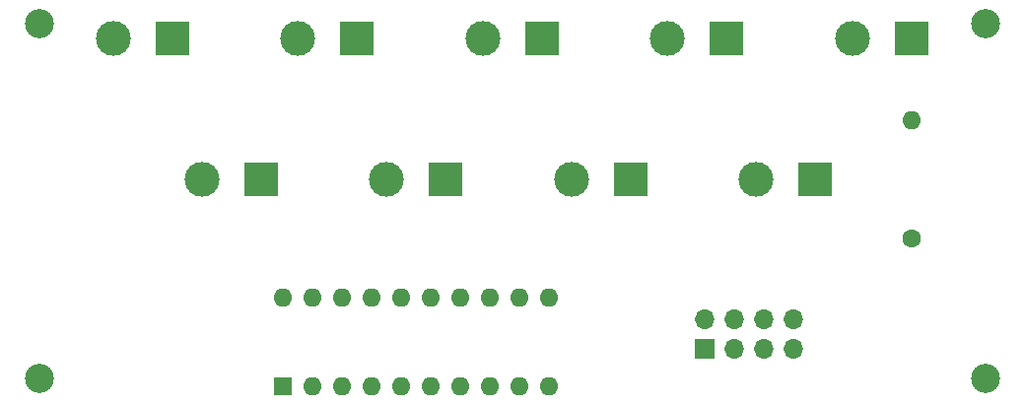
<source format=gts>
%TF.GenerationSoftware,KiCad,Pcbnew,7.0.7*%
%TF.CreationDate,2023-09-28T15:42:35-05:00*%
%TF.ProjectId,iowa-rover-kiosk-lamps,696f7761-2d72-46f7-9665-722d6b696f73,rev?*%
%TF.SameCoordinates,Original*%
%TF.FileFunction,Soldermask,Top*%
%TF.FilePolarity,Negative*%
%FSLAX46Y46*%
G04 Gerber Fmt 4.6, Leading zero omitted, Abs format (unit mm)*
G04 Created by KiCad (PCBNEW 7.0.7) date 2023-09-28 15:42:35*
%MOMM*%
%LPD*%
G01*
G04 APERTURE LIST*
%ADD10R,3.000000X3.000000*%
%ADD11C,3.000000*%
%ADD12R,1.600000X1.600000*%
%ADD13O,1.600000X1.600000*%
%ADD14R,1.700000X1.700000*%
%ADD15O,1.700000X1.700000*%
%ADD16C,1.600000*%
%ADD17C,2.500000*%
G04 APERTURE END LIST*
D10*
%TO.C,RFID Lamp 2*%
X96520000Y-46355000D03*
D11*
X91440000Y-46355000D03*
%TD*%
D10*
%TO.C,RFID Lamp 4*%
X112395000Y-46355000D03*
D11*
X107315000Y-46355000D03*
%TD*%
D12*
%TO.C,U1*%
X98425000Y-64135000D03*
D13*
X100965000Y-64135000D03*
X103505000Y-64135000D03*
X106045000Y-64135000D03*
X108585000Y-64135000D03*
X111125000Y-64135000D03*
X113665000Y-64135000D03*
X116205000Y-64135000D03*
X118745000Y-64135000D03*
X121285000Y-64135000D03*
X121285000Y-56515000D03*
X118745000Y-56515000D03*
X116205000Y-56515000D03*
X113665000Y-56515000D03*
X111125000Y-56515000D03*
X108585000Y-56515000D03*
X106045000Y-56515000D03*
X103505000Y-56515000D03*
X100965000Y-56515000D03*
X98425000Y-56515000D03*
%TD*%
D10*
%TO.C,Error Lamp*%
X128270000Y-46355000D03*
D11*
X123190000Y-46355000D03*
%TD*%
D14*
%TO.C,J1*%
X134630000Y-60965000D03*
D15*
X134630000Y-58425000D03*
X137170000Y-60965000D03*
X137170000Y-58425000D03*
X139710000Y-60965000D03*
X139710000Y-58425000D03*
X142250000Y-60965000D03*
X142250000Y-58425000D03*
%TD*%
D16*
%TO.C,R1*%
X152400000Y-51435000D03*
D13*
X152400000Y-41275000D03*
%TD*%
D10*
%TO.C,Tx Btn*%
X152400000Y-34290000D03*
D11*
X147320000Y-34290000D03*
%TD*%
D10*
%TO.C,Tx Btn Lamp*%
X144145000Y-46355000D03*
D11*
X139065000Y-46355000D03*
%TD*%
D17*
%TO.C,REF\u002A\u002A*%
X158750000Y-33020000D03*
%TD*%
%TO.C,REF\u002A\u002A*%
X77470000Y-63500000D03*
%TD*%
D10*
%TO.C,Ready Lamp*%
X120650000Y-34290000D03*
D11*
X115570000Y-34290000D03*
%TD*%
D10*
%TO.C,Running Lamp*%
X136525000Y-34290000D03*
D11*
X131445000Y-34290000D03*
%TD*%
D17*
%TO.C,REF\u002A\u002A*%
X77470000Y-33020000D03*
%TD*%
%TO.C,REF\u002A\u002A*%
X158750000Y-63500000D03*
%TD*%
D10*
%TO.C,RFID Lamp 1*%
X88900000Y-34290000D03*
D11*
X83820000Y-34290000D03*
%TD*%
D10*
%TO.C,RFID Lamp 3*%
X104775000Y-34290000D03*
D11*
X99695000Y-34290000D03*
%TD*%
M02*

</source>
